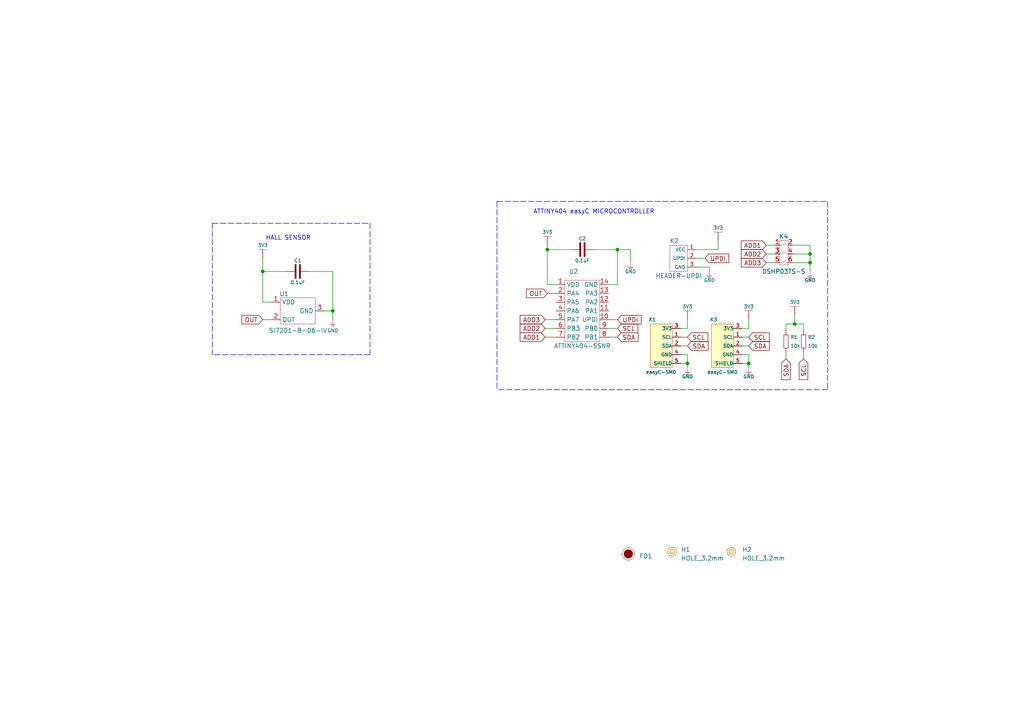
<source format=kicad_sch>
(kicad_sch (version 20210126) (generator eeschema)

  (paper "A4")

  (lib_symbols
    (symbol "e-radionica.com schematics:0603C" (pin_numbers hide) (pin_names (offset 0.002)) (in_bom yes) (on_board yes)
      (property "Reference" "C" (id 0) (at -0.635 3.175 0)
        (effects (font (size 1 1)))
      )
      (property "Value" "0603C" (id 1) (at 0 -3.175 0)
        (effects (font (size 1 1)))
      )
      (property "Footprint" "e-radionica.com footprinti:0603C" (id 2) (at 0 0 0)
        (effects (font (size 1 1)) hide)
      )
      (property "Datasheet" "" (id 3) (at 0 0 0)
        (effects (font (size 1 1)) hide)
      )
      (symbol "0603C_0_1"
        (polyline
          (pts
            (xy -0.635 1.905)
            (xy -0.635 -1.905)
          )
          (stroke (width 0.5)) (fill (type none))
        )
        (polyline
          (pts
            (xy 0.635 1.905)
            (xy 0.635 -1.905)
          )
          (stroke (width 0.5)) (fill (type none))
        )
      )
      (symbol "0603C_1_1"
        (pin passive line (at 3.175 0 180) (length 2.54)
          (name "~" (effects (font (size 1.27 1.27))))
          (number "2" (effects (font (size 1.27 1.27))))
        )
        (pin passive line (at -3.175 0 0) (length 2.54)
          (name "~" (effects (font (size 1.27 1.27))))
          (number "1" (effects (font (size 1.27 1.27))))
        )
      )
    )
    (symbol "e-radionica.com schematics:0603R" (pin_numbers hide) (pin_names (offset 0.254)) (in_bom yes) (on_board yes)
      (property "Reference" "R" (id 0) (at -1.905 1.905 0)
        (effects (font (size 1 1)))
      )
      (property "Value" "0603R" (id 1) (at 0 -1.905 0)
        (effects (font (size 1 1)))
      )
      (property "Footprint" "e-radionica.com footprinti:0603R" (id 2) (at -0.635 1.905 0)
        (effects (font (size 1 1)) hide)
      )
      (property "Datasheet" "" (id 3) (at -0.635 1.905 0)
        (effects (font (size 1 1)) hide)
      )
      (symbol "0603R_0_1"
        (rectangle (start -1.905 0.635) (end -1.8796 -0.635)
          (stroke (width 0.1)) (fill (type none))
        )
        (rectangle (start -1.905 0.635) (end 1.905 0.6096)
          (stroke (width 0.1)) (fill (type none))
        )
        (rectangle (start -1.905 -0.635) (end 1.905 -0.6604)
          (stroke (width 0.1)) (fill (type none))
        )
        (rectangle (start 1.905 0.635) (end 1.9304 -0.635)
          (stroke (width 0.1)) (fill (type none))
        )
      )
      (symbol "0603R_1_1"
        (pin passive line (at -3.175 0 0) (length 1.27)
          (name "~" (effects (font (size 1.27 1.27))))
          (number "1" (effects (font (size 1.27 1.27))))
        )
        (pin passive line (at 3.175 0 180) (length 1.27)
          (name "~" (effects (font (size 1.27 1.27))))
          (number "2" (effects (font (size 1.27 1.27))))
        )
      )
    )
    (symbol "e-radionica.com schematics:3V3" (power) (pin_names (offset 0)) (in_bom yes) (on_board yes)
      (property "Reference" "#PWR" (id 0) (at 4.445 0 0)
        (effects (font (size 1 1)) hide)
      )
      (property "Value" "3V3" (id 1) (at 0 3.556 0)
        (effects (font (size 1 1)))
      )
      (property "Footprint" "" (id 2) (at 4.445 3.81 0)
        (effects (font (size 1 1)) hide)
      )
      (property "Datasheet" "" (id 3) (at 4.445 3.81 0)
        (effects (font (size 1 1)) hide)
      )
      (property "ki_keywords" "power-flag" (id 4) (at 0 0 0)
        (effects (font (size 1.27 1.27)) hide)
      )
      (property "ki_description" "Power symbol creates a global label with name \"+3V3\"" (id 5) (at 0 0 0)
        (effects (font (size 1.27 1.27)) hide)
      )
      (symbol "3V3_0_1"
        (polyline
          (pts
            (xy 0 0)
            (xy 0 2.54)
          )
          (stroke (width 0)) (fill (type none))
        )
        (polyline
          (pts
            (xy -1.27 2.54)
            (xy 1.27 2.54)
          )
          (stroke (width 0.0006)) (fill (type none))
        )
      )
      (symbol "3V3_1_1"
        (pin power_in line (at 0 0 90) (length 0) hide
          (name "3V3" (effects (font (size 1.27 1.27))))
          (number "1" (effects (font (size 1.27 1.27))))
        )
      )
    )
    (symbol "e-radionica.com schematics:ATTINY404-SSNR" (in_bom yes) (on_board yes)
      (property "Reference" "U" (id 0) (at -5.08 10.16 0)
        (effects (font (size 1.27 1.27)))
      )
      (property "Value" "ATTINY404-SSNR" (id 1) (at 0 -10.16 0)
        (effects (font (size 1.27 1.27)))
      )
      (property "Footprint" "e-radionica.com footprinti:SOIC-14" (id 2) (at 0 -11.43 0)
        (effects (font (size 1.27 1.27)) hide)
      )
      (property "Datasheet" "" (id 3) (at 0 -2.54 0)
        (effects (font (size 1.27 1.27)) hide)
      )
      (symbol "ATTINY404-SSNR_0_1"
        (rectangle (start -5.08 8.89) (end 5.08 -8.89)
          (stroke (width 0.0006)) (fill (type none))
        )
      )
      (symbol "ATTINY404-SSNR_1_1"
        (pin power_in line (at -7.62 7.62 0) (length 2.54)
          (name "VDD" (effects (font (size 1.27 1.27))))
          (number "1" (effects (font (size 1.27 1.27))))
        )
        (pin bidirectional line (at -7.62 5.08 0) (length 2.54)
          (name "PA4" (effects (font (size 1.27 1.27))))
          (number "2" (effects (font (size 1.27 1.27))))
        )
        (pin bidirectional line (at -7.62 2.54 0) (length 2.54)
          (name "PA5" (effects (font (size 1.27 1.27))))
          (number "3" (effects (font (size 1.27 1.27))))
        )
        (pin bidirectional line (at -7.62 0 0) (length 2.54)
          (name "PA6" (effects (font (size 1.27 1.27))))
          (number "4" (effects (font (size 1.27 1.27))))
        )
        (pin bidirectional line (at -7.62 -2.54 0) (length 2.54)
          (name "PA7" (effects (font (size 1.27 1.27))))
          (number "5" (effects (font (size 1.27 1.27))))
        )
        (pin bidirectional line (at -7.62 -5.08 0) (length 2.54)
          (name "PB3" (effects (font (size 1.27 1.27))))
          (number "6" (effects (font (size 1.27 1.27))))
        )
        (pin bidirectional line (at -7.62 -7.62 0) (length 2.54)
          (name "PB2" (effects (font (size 1.27 1.27))))
          (number "7" (effects (font (size 1.27 1.27))))
        )
        (pin bidirectional line (at 7.62 -7.62 180) (length 2.54)
          (name "PB1" (effects (font (size 1.27 1.27))))
          (number "8" (effects (font (size 1.27 1.27))))
        )
        (pin bidirectional line (at 7.62 -5.08 180) (length 2.54)
          (name "PB0" (effects (font (size 1.27 1.27))))
          (number "9" (effects (font (size 1.27 1.27))))
        )
        (pin bidirectional line (at 7.62 -2.54 180) (length 2.54)
          (name "UPDI" (effects (font (size 1.27 1.27))))
          (number "10" (effects (font (size 1.27 1.27))))
        )
        (pin bidirectional line (at 7.62 0 180) (length 2.54)
          (name "PA1" (effects (font (size 1.27 1.27))))
          (number "11" (effects (font (size 1.27 1.27))))
        )
        (pin bidirectional line (at 7.62 2.54 180) (length 2.54)
          (name "PA2" (effects (font (size 1.27 1.27))))
          (number "12" (effects (font (size 1.27 1.27))))
        )
        (pin bidirectional line (at 7.62 5.08 180) (length 2.54)
          (name "PA3" (effects (font (size 1.27 1.27))))
          (number "13" (effects (font (size 1.27 1.27))))
        )
        (pin power_in line (at 7.62 7.62 180) (length 2.54)
          (name "GND" (effects (font (size 1.27 1.27))))
          (number "14" (effects (font (size 1.27 1.27))))
        )
      )
    )
    (symbol "e-radionica.com schematics:DSHP03TS-S" (in_bom yes) (on_board yes)
      (property "Reference" "K" (id 0) (at 0 5.08 0)
        (effects (font (size 1.27 1.27)))
      )
      (property "Value" "DSHP03TS-S" (id 1) (at 0 -5.08 0)
        (effects (font (size 1.27 1.27)))
      )
      (property "Footprint" "e-radionica.com footprinti:DSHP03TS-S" (id 2) (at -1.27 -7.62 0)
        (effects (font (size 1.27 1.27)) hide)
      )
      (property "Datasheet" "" (id 3) (at 0 0 0)
        (effects (font (size 1.27 1.27)) hide)
      )
      (property "ki_keywords" "DIP SW SWITCH " (id 4) (at 0 0 0)
        (effects (font (size 1.27 1.27)) hide)
      )
      (symbol "DSHP03TS-S_0_1"
        (rectangle (start -1.27 3.81) (end 1.27 -3.175)
          (stroke (width 0.0006)) (fill (type none))
        )
        (polyline
          (pts
            (xy -1.27 2.54)
            (xy -0.635 2.54)
            (xy 0.635 3.175)
          )
          (stroke (width 0.0006)) (fill (type none))
        )
        (polyline
          (pts
            (xy -1.27 0)
            (xy -0.635 0)
            (xy 0.635 0.635)
          )
          (stroke (width 0.0006)) (fill (type none))
        )
        (polyline
          (pts
            (xy -1.27 -2.54)
            (xy -0.635 -2.54)
            (xy 0.635 -1.905)
          )
          (stroke (width 0.0006)) (fill (type none))
        )
        (polyline
          (pts
            (xy 1.27 -2.54)
            (xy 0.635 -2.54)
          )
          (stroke (width 0.0006)) (fill (type none))
        )
        (polyline
          (pts
            (xy 1.27 0)
            (xy 0.635 0)
          )
          (stroke (width 0.0006)) (fill (type none))
        )
        (polyline
          (pts
            (xy 1.27 2.54)
            (xy 0.635 2.54)
          )
          (stroke (width 0.0006)) (fill (type none))
        )
      )
      (symbol "DSHP03TS-S_1_1"
        (pin bidirectional line (at -2.54 2.54 0) (length 1.27)
          (name "~" (effects (font (size 1.27 1.27))))
          (number "1" (effects (font (size 1.27 1.27))))
        )
        (pin bidirectional line (at 2.54 2.54 180) (length 1.27)
          (name "~" (effects (font (size 1.27 1.27))))
          (number "2" (effects (font (size 1.27 1.27))))
        )
        (pin bidirectional line (at -2.54 0 0) (length 1.27)
          (name "~" (effects (font (size 1.27 1.27))))
          (number "3" (effects (font (size 1.27 1.27))))
        )
        (pin bidirectional line (at 2.54 0 180) (length 1.27)
          (name "~" (effects (font (size 1.27 1.27))))
          (number "4" (effects (font (size 1.27 1.27))))
        )
        (pin bidirectional line (at -2.54 -2.54 0) (length 1.27)
          (name "~" (effects (font (size 1.27 1.27))))
          (number "5" (effects (font (size 1.27 1.27))))
        )
        (pin bidirectional line (at 2.54 -2.54 180) (length 1.27)
          (name "~" (effects (font (size 1.27 1.27))))
          (number "6" (effects (font (size 1.27 1.27))))
        )
      )
    )
    (symbol "e-radionica.com schematics:Fiducial_Stencil" (pin_numbers hide) (pin_names hide) (in_bom yes) (on_board yes)
      (property "Reference" "FD?" (id 0) (at 0 3.048 0)
        (effects (font (size 1.27 1.27)))
      )
      (property "Value" "Fiducial_Stencil" (id 1) (at 0 -2.794 0)
        (effects (font (size 1.27 1.27)) hide)
      )
      (property "Footprint" "e-radionica.com footprinti:FIDUCIAL_1MM_PASTE" (id 2) (at 0 -6.35 0)
        (effects (font (size 1.27 1.27)) hide)
      )
      (property "Datasheet" "" (id 3) (at 0 0 0)
        (effects (font (size 1.27 1.27)) hide)
      )
      (symbol "Fiducial_Stencil_0_1"
        (circle (center 0 0) (radius 1.7961) (stroke (width 0.0006)) (fill (type none)))
        (circle (center 0 0) (radius 1.27) (stroke (width 0.001)) (fill (type outline)))
        (polyline
          (pts
            (xy 1.778 0)
            (xy 2.032 0)
          )
          (stroke (width 0.0006)) (fill (type none))
        )
        (polyline
          (pts
            (xy 0 1.778)
            (xy 0 2.032)
          )
          (stroke (width 0.0006)) (fill (type none))
        )
        (polyline
          (pts
            (xy -1.778 0)
            (xy -2.032 0)
          )
          (stroke (width 0.0006)) (fill (type none))
        )
        (polyline
          (pts
            (xy 0 -1.778)
            (xy 0 -2.032)
          )
          (stroke (width 0.0006)) (fill (type none))
        )
      )
    )
    (symbol "e-radionica.com schematics:GND" (power) (pin_names (offset 0)) (in_bom yes) (on_board yes)
      (property "Reference" "#PWR" (id 0) (at 4.445 0 0)
        (effects (font (size 1 1)) hide)
      )
      (property "Value" "GND" (id 1) (at 0 -2.921 0)
        (effects (font (size 1 1)))
      )
      (property "Footprint" "" (id 2) (at 4.445 3.81 0)
        (effects (font (size 1 1)) hide)
      )
      (property "Datasheet" "" (id 3) (at 4.445 3.81 0)
        (effects (font (size 1 1)) hide)
      )
      (property "ki_keywords" "power-flag" (id 4) (at 0 0 0)
        (effects (font (size 1.27 1.27)) hide)
      )
      (property "ki_description" "Power symbol creates a global label with name \"+3V3\"" (id 5) (at 0 0 0)
        (effects (font (size 1.27 1.27)) hide)
      )
      (symbol "GND_0_1"
        (polyline
          (pts
            (xy 0 0)
            (xy 0 -1.27)
          )
          (stroke (width 0.0006)) (fill (type none))
        )
        (polyline
          (pts
            (xy -0.762 -1.27)
            (xy 0.762 -1.27)
          )
          (stroke (width 0.0006)) (fill (type none))
        )
        (polyline
          (pts
            (xy -0.381 -1.778)
            (xy 0.381 -1.778)
          )
          (stroke (width 0.0006)) (fill (type none))
        )
        (polyline
          (pts
            (xy -0.127 -2.032)
            (xy 0.127 -2.032)
          )
          (stroke (width 0.0006)) (fill (type none))
        )
        (polyline
          (pts
            (xy -0.635 -1.524)
            (xy 0.635 -1.524)
          )
          (stroke (width 0.0006)) (fill (type none))
        )
      )
      (symbol "GND_1_1"
        (pin power_in line (at 0 0 270) (length 0) hide
          (name "GND" (effects (font (size 1.27 1.27))))
          (number "1" (effects (font (size 1.27 1.27))))
        )
      )
    )
    (symbol "e-radionica.com schematics:HEADER-UPDI" (in_bom yes) (on_board yes)
      (property "Reference" "K" (id 0) (at -1.27 5.08 0)
        (effects (font (size 1.27 1.27)))
      )
      (property "Value" "HEADER-UPDI" (id 1) (at 0 -5.08 0)
        (effects (font (size 1.27 1.27)))
      )
      (property "Footprint" "e-radionica.com footprinti:HEADER-UPDI" (id 2) (at 2.54 -7.62 0)
        (effects (font (size 1.27 1.27)) hide)
      )
      (property "Datasheet" "" (id 3) (at 2.54 0 0)
        (effects (font (size 1.27 1.27)) hide)
      )
      (symbol "HEADER-UPDI_0_1"
        (rectangle (start -2.54 3.81) (end 2.54 -3.81)
          (stroke (width 0.0006)) (fill (type none))
        )
      )
      (symbol "HEADER-UPDI_1_1"
        (pin power_in line (at 5.08 2.54 180) (length 2.54)
          (name "VCC" (effects (font (size 1 1))))
          (number "1" (effects (font (size 1 1))))
        )
        (pin bidirectional line (at 5.08 0 180) (length 2.54)
          (name "UPDI" (effects (font (size 1 1))))
          (number "2" (effects (font (size 1 1))))
        )
        (pin power_in line (at 5.08 -2.54 180) (length 2.54)
          (name "GND" (effects (font (size 1 1))))
          (number "3" (effects (font (size 1 1))))
        )
      )
    )
    (symbol "e-radionica.com schematics:HOLE_3.2mm" (pin_numbers hide) (pin_names hide) (in_bom yes) (on_board yes)
      (property "Reference" "H" (id 0) (at 0 2.54 0)
        (effects (font (size 1.27 1.27)))
      )
      (property "Value" "HOLE_3.2mm" (id 1) (at 0 -2.54 0)
        (effects (font (size 1.27 1.27)))
      )
      (property "Footprint" "e-radionica.com footprinti:HOLE_3.2mm" (id 2) (at 0 0 0)
        (effects (font (size 1.27 1.27)) hide)
      )
      (property "Datasheet" "" (id 3) (at 0 0 0)
        (effects (font (size 1.27 1.27)) hide)
      )
      (symbol "HOLE_3.2mm_0_1"
        (circle (center 0 0) (radius 1.27) (stroke (width 0.001)) (fill (type background)))
        (circle (center 0 0) (radius 0.635) (stroke (width 0.0006)) (fill (type none)))
      )
    )
    (symbol "e-radionica.com schematics:SI7201-B-06-IV" (in_bom yes) (on_board yes)
      (property "Reference" "U" (id 0) (at -3.81 5.08 0)
        (effects (font (size 1.27 1.27)))
      )
      (property "Value" "SI7201-B-06-IV" (id 1) (at 0 -5.08 0)
        (effects (font (size 1.27 1.27)))
      )
      (property "Footprint" "e-radionica.com footprinti:SOT-23-3" (id 2) (at 0 -7.62 0)
        (effects (font (size 1.27 1.27)) hide)
      )
      (property "Datasheet" "" (id 3) (at 0 0 0)
        (effects (font (size 1.27 1.27)) hide)
      )
      (symbol "SI7201-B-06-IV_0_1"
        (rectangle (start -5.08 3.81) (end 5.08 -3.81)
          (stroke (width 0.0006)) (fill (type none))
        )
      )
      (symbol "SI7201-B-06-IV_1_1"
        (pin power_in line (at -7.62 2.54 0) (length 2.54)
          (name "VDD" (effects (font (size 1.27 1.27))))
          (number "1" (effects (font (size 1.27 1.27))))
        )
        (pin output line (at -7.62 -2.54 0) (length 2.54)
          (name "OUT" (effects (font (size 1.27 1.27))))
          (number "2" (effects (font (size 1.27 1.27))))
        )
        (pin power_in line (at 7.62 0 180) (length 2.54)
          (name "GND" (effects (font (size 1.27 1.27))))
          (number "3" (effects (font (size 1.27 1.27))))
        )
      )
    )
    (symbol "e-radionica.com schematics:easyC-SMD" (pin_names (offset 0.002)) (in_bom yes) (on_board yes)
      (property "Reference" "K" (id 0) (at -2.54 10.16 0)
        (effects (font (size 1 1)))
      )
      (property "Value" "easyC-SMD" (id 1) (at 0 -5.08 0)
        (effects (font (size 1 1)))
      )
      (property "Footprint" "e-radionica.com footprinti:easyC-connector" (id 2) (at 3.175 2.54 0)
        (effects (font (size 1 1)) hide)
      )
      (property "Datasheet" "" (id 3) (at 3.175 2.54 0)
        (effects (font (size 1 1)) hide)
      )
      (symbol "easyC-SMD_0_1"
        (rectangle (start -3.175 8.89) (end 3.175 -3.81)
          (stroke (width 0.001)) (fill (type background))
        )
      )
      (symbol "easyC-SMD_1_1"
        (pin passive line (at 5.715 5.08 180) (length 2.54)
          (name "SCL" (effects (font (size 1 1))))
          (number "1" (effects (font (size 1 1))))
        )
        (pin passive line (at 5.715 2.54 180) (length 2.54)
          (name "SDA" (effects (font (size 1 1))))
          (number "2" (effects (font (size 1 1))))
        )
        (pin passive line (at 5.715 7.62 180) (length 2.54)
          (name "3V3" (effects (font (size 1 1))))
          (number "3" (effects (font (size 1 1))))
        )
        (pin passive line (at 5.715 0 180) (length 2.54)
          (name "GND" (effects (font (size 1 1))))
          (number "4" (effects (font (size 1 1))))
        )
        (pin passive line (at 5.715 -2.54 180) (length 2.54)
          (name "SHIELD" (effects (font (size 1 1))))
          (number "5" (effects (font (size 1 1))))
        )
      )
    )
  )

  (junction (at 76.2 78.74) (diameter 0.9144) (color 0 0 0 0))
  (junction (at 96.52 90.17) (diameter 0.9144) (color 0 0 0 0))
  (junction (at 158.75 72.39) (diameter 0.9144) (color 0 0 0 0))
  (junction (at 179.07 72.39) (diameter 0.9144) (color 0 0 0 0))
  (junction (at 199.39 105.41) (diameter 0.9144) (color 0 0 0 0))
  (junction (at 217.17 105.41) (diameter 0.9144) (color 0 0 0 0))
  (junction (at 230.505 93.98) (diameter 0.9144) (color 0 0 0 0))
  (junction (at 234.95 73.66) (diameter 0.9144) (color 0 0 0 0))
  (junction (at 234.95 76.2) (diameter 0.9144) (color 0 0 0 0))

  (wire (pts (xy 76.2 74.93) (xy 76.2 78.74))
    (stroke (width 0) (type solid) (color 0 0 0 0))
    (uuid 1a7f67b9-4fa4-426f-9daa-2ac6e3c08597)
  )
  (wire (pts (xy 76.2 78.74) (xy 76.2 87.63))
    (stroke (width 0) (type solid) (color 0 0 0 0))
    (uuid 1c8e1f01-19b8-4776-9daa-170afe3aad74)
  )
  (wire (pts (xy 76.2 78.74) (xy 83.185 78.74))
    (stroke (width 0) (type solid) (color 0 0 0 0))
    (uuid 82a23b26-a270-47d5-87c8-fd37f91afe5d)
  )
  (wire (pts (xy 76.2 87.63) (xy 78.74 87.63))
    (stroke (width 0) (type solid) (color 0 0 0 0))
    (uuid 1a4ce181-3b83-4d81-8fa7-08d19c1dab6d)
  )
  (wire (pts (xy 76.2 92.71) (xy 78.74 92.71))
    (stroke (width 0) (type solid) (color 0 0 0 0))
    (uuid 4768edf6-521b-4e25-8f2f-675989069440)
  )
  (wire (pts (xy 89.535 78.74) (xy 96.52 78.74))
    (stroke (width 0) (type solid) (color 0 0 0 0))
    (uuid 52f679b5-23d9-41bc-84a8-bdc05430816b)
  )
  (wire (pts (xy 93.98 90.17) (xy 96.52 90.17))
    (stroke (width 0) (type solid) (color 0 0 0 0))
    (uuid 1a4a9cfa-826b-4905-bcc8-1cd77e7b7b37)
  )
  (wire (pts (xy 96.52 78.74) (xy 96.52 90.17))
    (stroke (width 0) (type solid) (color 0 0 0 0))
    (uuid 78998b7b-f864-4b37-a538-9cbacf78077d)
  )
  (wire (pts (xy 96.52 90.17) (xy 96.52 92.71))
    (stroke (width 0) (type solid) (color 0 0 0 0))
    (uuid 27657981-07a4-4015-9b45-8cfe244ba329)
  )
  (wire (pts (xy 158.115 92.71) (xy 161.29 92.71))
    (stroke (width 0) (type solid) (color 0 0 0 0))
    (uuid eaff3c79-03dd-4c3a-aa64-0aa49d21d539)
  )
  (wire (pts (xy 158.115 95.25) (xy 161.29 95.25))
    (stroke (width 0) (type solid) (color 0 0 0 0))
    (uuid 3d31ed68-56ab-4f51-a50b-f7b9561bfd9c)
  )
  (wire (pts (xy 158.115 97.79) (xy 161.29 97.79))
    (stroke (width 0) (type solid) (color 0 0 0 0))
    (uuid af3cd21f-a9cd-4ea3-a951-5467f70c5741)
  )
  (wire (pts (xy 158.75 72.39) (xy 158.75 71.12))
    (stroke (width 0) (type solid) (color 0 0 0 0))
    (uuid ca49b7fc-f700-43a1-b839-e3e6f13f87d6)
  )
  (wire (pts (xy 158.75 82.55) (xy 158.75 72.39))
    (stroke (width 0) (type solid) (color 0 0 0 0))
    (uuid 268b88b3-1e67-478a-ae92-146b2db56c01)
  )
  (wire (pts (xy 158.75 85.09) (xy 161.29 85.09))
    (stroke (width 0) (type solid) (color 0 0 0 0))
    (uuid fa04a98d-a912-4165-a017-4d6e9d441d8d)
  )
  (wire (pts (xy 161.29 82.55) (xy 158.75 82.55))
    (stroke (width 0) (type solid) (color 0 0 0 0))
    (uuid 2c1aebe3-119d-4de8-82f6-e038a5a2726b)
  )
  (wire (pts (xy 165.735 72.39) (xy 158.75 72.39))
    (stroke (width 0) (type solid) (color 0 0 0 0))
    (uuid 144406ff-481e-4305-81eb-112f2910ea82)
  )
  (wire (pts (xy 172.085 72.39) (xy 179.07 72.39))
    (stroke (width 0) (type solid) (color 0 0 0 0))
    (uuid 799d3959-c5cf-42a9-aa8d-dbe0e7926763)
  )
  (wire (pts (xy 176.53 92.71) (xy 179.07 92.71))
    (stroke (width 0) (type solid) (color 0 0 0 0))
    (uuid 7c688fdc-174a-474b-9ccc-d5d65992a609)
  )
  (wire (pts (xy 176.53 95.25) (xy 179.07 95.25))
    (stroke (width 0) (type solid) (color 0 0 0 0))
    (uuid ed840fde-33a1-44f2-a1f0-e2b9e1cd03ad)
  )
  (wire (pts (xy 176.53 97.79) (xy 179.07 97.79))
    (stroke (width 0) (type solid) (color 0 0 0 0))
    (uuid 6badec8b-bbdf-4dc8-97ef-6ff0e1d52a4c)
  )
  (wire (pts (xy 179.07 72.39) (xy 179.07 82.55))
    (stroke (width 0) (type solid) (color 0 0 0 0))
    (uuid 7cad1e66-1d9d-4a11-945a-6ea6d2329156)
  )
  (wire (pts (xy 179.07 72.39) (xy 182.88 72.39))
    (stroke (width 0) (type solid) (color 0 0 0 0))
    (uuid 62df0470-441d-4e30-b5e0-5f52ea07096e)
  )
  (wire (pts (xy 179.07 82.55) (xy 176.53 82.55))
    (stroke (width 0) (type solid) (color 0 0 0 0))
    (uuid e80b9aeb-5dd2-4abd-ac02-83dc77972377)
  )
  (wire (pts (xy 182.88 72.39) (xy 182.88 76.2))
    (stroke (width 0) (type solid) (color 0 0 0 0))
    (uuid cda74dd8-6e85-4fda-ae18-a83536674f50)
  )
  (wire (pts (xy 197.485 95.25) (xy 199.39 95.25))
    (stroke (width 0) (type solid) (color 0 0 0 0))
    (uuid 0e06e9d7-c6d7-4d37-9366-998ecfaf96bb)
  )
  (wire (pts (xy 197.485 97.79) (xy 199.39 97.79))
    (stroke (width 0) (type solid) (color 0 0 0 0))
    (uuid bd1aac86-412a-4112-8683-75144f0899dc)
  )
  (wire (pts (xy 197.485 100.33) (xy 199.39 100.33))
    (stroke (width 0) (type solid) (color 0 0 0 0))
    (uuid 12101f7b-a670-446e-808d-a6b6ad30b51e)
  )
  (wire (pts (xy 197.485 102.87) (xy 199.39 102.87))
    (stroke (width 0) (type solid) (color 0 0 0 0))
    (uuid 68fd99c6-0d5a-445c-9ea6-518e4e3390df)
  )
  (wire (pts (xy 197.485 105.41) (xy 199.39 105.41))
    (stroke (width 0) (type solid) (color 0 0 0 0))
    (uuid 249bf6f0-4abe-4244-8e91-53fb99578997)
  )
  (wire (pts (xy 199.39 95.25) (xy 199.39 92.71))
    (stroke (width 0) (type solid) (color 0 0 0 0))
    (uuid 12a4b794-91d9-45d6-9c6c-45970ab34653)
  )
  (wire (pts (xy 199.39 102.87) (xy 199.39 105.41))
    (stroke (width 0) (type solid) (color 0 0 0 0))
    (uuid f67aa948-25ce-4d87-997d-f14cd6cba209)
  )
  (wire (pts (xy 199.39 105.41) (xy 199.39 106.68))
    (stroke (width 0) (type solid) (color 0 0 0 0))
    (uuid 7ade7575-3b44-4ff3-b55d-743eceeca08b)
  )
  (wire (pts (xy 201.93 72.39) (xy 208.28 72.39))
    (stroke (width 0) (type solid) (color 0 0 0 0))
    (uuid 616260ba-ede9-4ceb-9963-884262be1d2c)
  )
  (wire (pts (xy 201.93 74.93) (xy 204.47 74.93))
    (stroke (width 0) (type solid) (color 0 0 0 0))
    (uuid b64fe833-a5e9-4652-bf8a-267fe874563e)
  )
  (wire (pts (xy 201.93 77.47) (xy 205.74 77.47))
    (stroke (width 0) (type solid) (color 0 0 0 0))
    (uuid e52bbffe-456b-45d3-abf5-08ba2b3ef4e8)
  )
  (wire (pts (xy 205.74 77.47) (xy 205.74 78.74))
    (stroke (width 0) (type solid) (color 0 0 0 0))
    (uuid 15b6407c-845c-40ca-beda-defe98cc4527)
  )
  (wire (pts (xy 208.28 72.39) (xy 208.28 69.85))
    (stroke (width 0) (type solid) (color 0 0 0 0))
    (uuid ae6ec98c-88cb-4cf7-a54a-8770dcf587d9)
  )
  (wire (pts (xy 215.265 95.25) (xy 217.17 95.25))
    (stroke (width 0) (type solid) (color 0 0 0 0))
    (uuid 3c878b90-378b-49b9-8e9d-3f9e598bfebd)
  )
  (wire (pts (xy 215.265 97.79) (xy 217.17 97.79))
    (stroke (width 0) (type solid) (color 0 0 0 0))
    (uuid b413a569-1cbb-4b71-bc1f-94cba4f9274d)
  )
  (wire (pts (xy 215.265 100.33) (xy 217.17 100.33))
    (stroke (width 0) (type solid) (color 0 0 0 0))
    (uuid ec6625ed-36c7-44ff-b819-5b497fcb82ae)
  )
  (wire (pts (xy 215.265 102.87) (xy 217.17 102.87))
    (stroke (width 0) (type solid) (color 0 0 0 0))
    (uuid 5d7f6844-a02a-49ac-b8a0-d1f3f3fcc04e)
  )
  (wire (pts (xy 215.265 105.41) (xy 217.17 105.41))
    (stroke (width 0) (type solid) (color 0 0 0 0))
    (uuid c6f3c1bd-3ed6-45ae-8c94-aae0e08e7116)
  )
  (wire (pts (xy 217.17 95.25) (xy 217.17 92.71))
    (stroke (width 0) (type solid) (color 0 0 0 0))
    (uuid ab2aef4e-221e-4d7b-b69a-f12708b649f8)
  )
  (wire (pts (xy 217.17 102.87) (xy 217.17 105.41))
    (stroke (width 0) (type solid) (color 0 0 0 0))
    (uuid 3b2c1ef1-aa05-43da-9f20-faa92613f2e9)
  )
  (wire (pts (xy 217.17 105.41) (xy 217.17 106.68))
    (stroke (width 0) (type solid) (color 0 0 0 0))
    (uuid 64eab798-4db6-4f04-9c69-c02465f18d47)
  )
  (wire (pts (xy 222.25 71.12) (xy 224.79 71.12))
    (stroke (width 0) (type solid) (color 0 0 0 0))
    (uuid 59904bb4-ec38-4d54-8f3b-99b467823271)
  )
  (wire (pts (xy 222.25 73.66) (xy 224.79 73.66))
    (stroke (width 0) (type solid) (color 0 0 0 0))
    (uuid ce6ce318-7bfc-4883-b080-ab7ffaaba20d)
  )
  (wire (pts (xy 222.25 76.2) (xy 224.79 76.2))
    (stroke (width 0) (type solid) (color 0 0 0 0))
    (uuid c249ee5e-f9bd-47d7-99dc-450bf7b250ee)
  )
  (wire (pts (xy 227.965 93.98) (xy 230.505 93.98))
    (stroke (width 0) (type solid) (color 0 0 0 0))
    (uuid 1ac3034e-d864-4cd4-840c-37183de7a51a)
  )
  (wire (pts (xy 227.965 95.885) (xy 227.965 93.98))
    (stroke (width 0) (type solid) (color 0 0 0 0))
    (uuid a4d354e7-355f-440e-9f77-19810b8a8703)
  )
  (wire (pts (xy 227.965 102.235) (xy 227.965 104.14))
    (stroke (width 0) (type solid) (color 0 0 0 0))
    (uuid 70ad3f83-7372-4e5d-a1f2-d8ac38a43503)
  )
  (wire (pts (xy 229.87 71.12) (xy 234.95 71.12))
    (stroke (width 0) (type solid) (color 0 0 0 0))
    (uuid 0c75d785-d4cb-4339-be41-818a12eed565)
  )
  (wire (pts (xy 229.87 73.66) (xy 234.95 73.66))
    (stroke (width 0) (type solid) (color 0 0 0 0))
    (uuid 08bb12ef-391e-42fc-aa38-653f2f72f4af)
  )
  (wire (pts (xy 229.87 76.2) (xy 234.95 76.2))
    (stroke (width 0) (type solid) (color 0 0 0 0))
    (uuid 31059583-e961-47cf-b51f-13dbad0391d5)
  )
  (wire (pts (xy 230.505 93.98) (xy 230.505 91.44))
    (stroke (width 0) (type solid) (color 0 0 0 0))
    (uuid c7f441fa-17f3-415b-9bec-eddd9f380a6a)
  )
  (wire (pts (xy 233.045 93.98) (xy 230.505 93.98))
    (stroke (width 0) (type solid) (color 0 0 0 0))
    (uuid 3915cac6-7715-419f-a062-6983bb44fc39)
  )
  (wire (pts (xy 233.045 95.885) (xy 233.045 93.98))
    (stroke (width 0) (type solid) (color 0 0 0 0))
    (uuid ef5ae475-5493-428f-8e83-17f244319bf6)
  )
  (wire (pts (xy 233.045 102.235) (xy 233.045 104.14))
    (stroke (width 0) (type solid) (color 0 0 0 0))
    (uuid e0c78633-7935-4ae3-89ad-23dc3c072709)
  )
  (wire (pts (xy 234.95 71.12) (xy 234.95 73.66))
    (stroke (width 0) (type solid) (color 0 0 0 0))
    (uuid 95c58264-bee4-47d1-89f1-1bc06b3bf0d9)
  )
  (wire (pts (xy 234.95 73.66) (xy 234.95 76.2))
    (stroke (width 0) (type solid) (color 0 0 0 0))
    (uuid ddab0b0f-54d8-455f-b991-c7c6ee20b648)
  )
  (wire (pts (xy 234.95 76.2) (xy 234.95 78.74))
    (stroke (width 0) (type solid) (color 0 0 0 0))
    (uuid 78b29a62-d243-434c-9258-00bc6fdf6e0f)
  )
  (polyline (pts (xy 61.595 64.77) (xy 61.595 102.87))
    (stroke (width 0) (type dash) (color 0 0 0 0))
    (uuid 917a686b-d1fe-4408-9c0b-fa3592ca873e)
  )
  (polyline (pts (xy 61.595 64.77) (xy 107.315 64.77))
    (stroke (width 0) (type dash) (color 0 0 0 0))
    (uuid 3b3b0bfc-b503-44a3-94b1-270b1888bc04)
  )
  (polyline (pts (xy 107.315 64.77) (xy 107.315 102.87))
    (stroke (width 0) (type dash) (color 0 0 0 0))
    (uuid 7cbd7204-ff55-40cd-874b-961d393ecec2)
  )
  (polyline (pts (xy 107.315 102.87) (xy 61.595 102.87))
    (stroke (width 0) (type dash) (color 0 0 0 0))
    (uuid b069feb1-7fba-44ed-92a4-296d9cbb5344)
  )
  (polyline (pts (xy 144.145 58.42) (xy 144.145 113.03))
    (stroke (width 0) (type dash) (color 0 0 0 0))
    (uuid f85a3056-fa91-41e9-b592-0aa2cb404e73)
  )
  (polyline (pts (xy 144.145 58.42) (xy 240.03 58.42))
    (stroke (width 0) (type dash) (color 0 0 0 0))
    (uuid 5ff5d7dc-2c81-492b-a053-e94d1b48808e)
  )
  (polyline (pts (xy 240.03 58.42) (xy 240.03 113.03))
    (stroke (width 0) (type dash) (color 0 0 0 0))
    (uuid 023c4b84-d396-45e9-9a87-56c8eef38fb1)
  )
  (polyline (pts (xy 240.03 113.03) (xy 144.145 113.03))
    (stroke (width 0) (type dash) (color 0 0 0 0))
    (uuid 5b5b09e3-2a8d-43b1-a0c4-400e589151cf)
  )

  (text "HALL SENSOR" (at 90.17 69.85 180)
    (effects (font (size 1.27 1.27)) (justify right bottom))
    (uuid ae69e601-6350-4057-99d2-6a52dd246702)
  )
  (text "ATTINY404 easyC MICROCONTROLLER" (at 189.865 62.23 180)
    (effects (font (size 1.27 1.27)) (justify right bottom))
    (uuid ee4de9e6-55ae-47d8-91a8-a11ab578bae5)
  )

  (global_label "OUT" (shape input) (at 76.2 92.71 180)
    (effects (font (size 1.27 1.27)) (justify right))
    (uuid da9cd49c-9dea-4305-ad40-20d35ac86c30)
    (property "Intersheet References" "${INTERSHEET_REFS}" (id 0) (at 68.6343 92.6306 0)
      (effects (font (size 1.27 1.27)) (justify right) hide)
    )
  )
  (global_label "ADD3" (shape input) (at 158.115 92.71 180)
    (effects (font (size 1.27 1.27)) (justify right))
    (uuid 50b9f34d-6b1b-4385-8a19-30fb4c091912)
    (property "Intersheet References" "${INTERSHEET_REFS}" (id 0) (at 149.3398 92.6306 0)
      (effects (font (size 1.27 1.27)) (justify right) hide)
    )
  )
  (global_label "ADD2" (shape input) (at 158.115 95.25 180)
    (effects (font (size 1.27 1.27)) (justify right))
    (uuid 53c1ada5-60b6-4c1e-8c92-8e193590c3e6)
    (property "Intersheet References" "${INTERSHEET_REFS}" (id 0) (at 149.3398 95.1706 0)
      (effects (font (size 1.27 1.27)) (justify right) hide)
    )
  )
  (global_label "ADD1" (shape input) (at 158.115 97.79 180)
    (effects (font (size 1.27 1.27)) (justify right))
    (uuid 4f672dec-ed58-4987-b2af-77d00386a4c7)
    (property "Intersheet References" "${INTERSHEET_REFS}" (id 0) (at 149.3398 97.7106 0)
      (effects (font (size 1.27 1.27)) (justify right) hide)
    )
  )
  (global_label "OUT" (shape input) (at 158.75 85.09 180)
    (effects (font (size 1.27 1.27)) (justify right))
    (uuid 3b76ee77-5f2d-4f16-93db-862f857454f5)
    (property "Intersheet References" "${INTERSHEET_REFS}" (id 0) (at 151.1843 85.0106 0)
      (effects (font (size 1.27 1.27)) (justify right) hide)
    )
  )
  (global_label "UPDI" (shape input) (at 179.07 92.71 0)
    (effects (font (size 1.27 1.27)) (justify left))
    (uuid 9ff22ee7-2ff4-4a78-9fe8-84674efd21f3)
    (property "Intersheet References" "${INTERSHEET_REFS}" (id 0) (at 187.4823 92.6306 0)
      (effects (font (size 1.27 1.27)) (justify left) hide)
    )
  )
  (global_label "SCL" (shape input) (at 179.07 95.25 0)
    (effects (font (size 1.27 1.27)) (justify left))
    (uuid 216367a4-c60c-4ade-8f2e-ffff76423674)
    (property "Intersheet References" "${INTERSHEET_REFS}" (id 0) (at 186.5147 95.1706 0)
      (effects (font (size 1.27 1.27)) (justify left) hide)
    )
  )
  (global_label "SDA" (shape input) (at 179.07 97.79 0)
    (effects (font (size 1.27 1.27)) (justify left))
    (uuid c45855e6-b418-4067-b523-64d40f398adc)
    (property "Intersheet References" "${INTERSHEET_REFS}" (id 0) (at 186.5752 97.8694 0)
      (effects (font (size 1.27 1.27)) (justify left) hide)
    )
  )
  (global_label "SCL" (shape input) (at 199.39 97.79 0)
    (effects (font (size 1.27 1.27)) (justify left))
    (uuid 58f7c2ce-f0f1-4e91-b0d9-986073d0d9a7)
    (property "Intersheet References" "${INTERSHEET_REFS}" (id 0) (at 206.8347 97.7106 0)
      (effects (font (size 1.27 1.27)) (justify left) hide)
    )
  )
  (global_label "SDA" (shape input) (at 199.39 100.33 0)
    (effects (font (size 1.27 1.27)) (justify left))
    (uuid 87dce7ed-f233-49a9-92ec-d6c56b2fac80)
    (property "Intersheet References" "${INTERSHEET_REFS}" (id 0) (at 206.8952 100.2506 0)
      (effects (font (size 1.27 1.27)) (justify left) hide)
    )
  )
  (global_label "UPDI" (shape input) (at 204.47 74.93 0)
    (effects (font (size 1.27 1.27)) (justify left))
    (uuid feb3ef34-045e-494b-81ab-057652f562df)
    (property "Intersheet References" "${INTERSHEET_REFS}" (id 0) (at 212.8823 74.8506 0)
      (effects (font (size 1.27 1.27)) (justify left) hide)
    )
  )
  (global_label "SCL" (shape input) (at 217.17 97.79 0)
    (effects (font (size 1.27 1.27)) (justify left))
    (uuid b666cfc1-32f0-42ad-abd8-a3565397256b)
    (property "Intersheet References" "${INTERSHEET_REFS}" (id 0) (at 224.6147 97.7106 0)
      (effects (font (size 1.27 1.27)) (justify left) hide)
    )
  )
  (global_label "SDA" (shape input) (at 217.17 100.33 0)
    (effects (font (size 1.27 1.27)) (justify left))
    (uuid c7947db5-00ff-4f1c-b5bd-c86850ee065c)
    (property "Intersheet References" "${INTERSHEET_REFS}" (id 0) (at 224.6752 100.2506 0)
      (effects (font (size 1.27 1.27)) (justify left) hide)
    )
  )
  (global_label "ADD1" (shape input) (at 222.25 71.12 180)
    (effects (font (size 1.27 1.27)) (justify right))
    (uuid 10b4230f-0d27-4bff-8de3-5944a225ef28)
    (property "Intersheet References" "${INTERSHEET_REFS}" (id 0) (at 213.4748 71.0406 0)
      (effects (font (size 1.27 1.27)) (justify right) hide)
    )
  )
  (global_label "ADD2" (shape input) (at 222.25 73.66 180)
    (effects (font (size 1.27 1.27)) (justify right))
    (uuid cd59b35c-0efb-41c6-95c8-a49718ba94c6)
    (property "Intersheet References" "${INTERSHEET_REFS}" (id 0) (at 213.4748 73.5806 0)
      (effects (font (size 1.27 1.27)) (justify right) hide)
    )
  )
  (global_label "ADD3" (shape input) (at 222.25 76.2 180)
    (effects (font (size 1.27 1.27)) (justify right))
    (uuid e6fc78c4-900d-4f3f-841b-fdc040af92bb)
    (property "Intersheet References" "${INTERSHEET_REFS}" (id 0) (at 213.4748 76.1206 0)
      (effects (font (size 1.27 1.27)) (justify right) hide)
    )
  )
  (global_label "SDA" (shape input) (at 227.965 104.14 270)
    (effects (font (size 1.27 1.27)) (justify right))
    (uuid 16156748-5c21-4955-8cdf-8f90762c3229)
    (property "Intersheet References" "${INTERSHEET_REFS}" (id 0) (at 227.8856 111.6452 90)
      (effects (font (size 1.27 1.27)) (justify right) hide)
    )
  )
  (global_label "SCL" (shape input) (at 233.045 104.14 270)
    (effects (font (size 1.27 1.27)) (justify right))
    (uuid 8c98c751-eca6-49b1-be03-ce73e54b401f)
    (property "Intersheet References" "${INTERSHEET_REFS}" (id 0) (at 233.1244 111.5847 90)
      (effects (font (size 1.27 1.27)) (justify right) hide)
    )
  )

  (symbol (lib_id "e-radionica.com schematics:GND") (at 96.52 92.71 0) (unit 1)
    (in_bom yes) (on_board yes)
    (uuid 0c3e6aa5-60e0-49aa-9cf7-ecaa773569a5)
    (property "Reference" "#PWR02" (id 0) (at 100.965 92.71 0)
      (effects (font (size 1 1)) hide)
    )
    (property "Value" "GND" (id 1) (at 96.52 95.885 0)
      (effects (font (size 1 1)))
    )
    (property "Footprint" "" (id 2) (at 100.965 88.9 0)
      (effects (font (size 1 1)) hide)
    )
    (property "Datasheet" "" (id 3) (at 100.965 88.9 0)
      (effects (font (size 1 1)) hide)
    )
    (pin "1" (uuid 4adeb464-f971-42a2-b25f-794ece033b2a))
  )

  (symbol (lib_id "e-radionica.com schematics:GND") (at 182.88 76.2 0) (unit 1)
    (in_bom yes) (on_board yes)
    (uuid e8e325fb-9166-433a-86dc-8bbae471cd8f)
    (property "Reference" "#PWR04" (id 0) (at 187.325 76.2 0)
      (effects (font (size 1 1)) hide)
    )
    (property "Value" "GND" (id 1) (at 182.88 78.74 0)
      (effects (font (size 1 1)))
    )
    (property "Footprint" "" (id 2) (at 187.325 72.39 0)
      (effects (font (size 1 1)) hide)
    )
    (property "Datasheet" "" (id 3) (at 187.325 72.39 0)
      (effects (font (size 1 1)) hide)
    )
    (pin "1" (uuid 2a6b0601-cc03-4ad2-b1c8-f6efd66fea6d))
  )

  (symbol (lib_id "e-radionica.com schematics:GND") (at 199.39 106.68 0) (unit 1)
    (in_bom yes) (on_board yes)
    (uuid 2440b55c-cc86-4adc-a4cc-ff4a5d09a2e1)
    (property "Reference" "#PWR06" (id 0) (at 203.835 106.68 0)
      (effects (font (size 1 1)) hide)
    )
    (property "Value" "GND" (id 1) (at 199.39 109.22 0)
      (effects (font (size 1 1)))
    )
    (property "Footprint" "" (id 2) (at 203.835 102.87 0)
      (effects (font (size 1 1)) hide)
    )
    (property "Datasheet" "" (id 3) (at 203.835 102.87 0)
      (effects (font (size 1 1)) hide)
    )
    (pin "1" (uuid 2a6b0601-cc03-4ad2-b1c8-f6efd66fea6d))
  )

  (symbol (lib_id "e-radionica.com schematics:GND") (at 205.74 78.74 0) (unit 1)
    (in_bom yes) (on_board yes)
    (uuid 34a28807-0322-4f4b-a566-caf3def8afab)
    (property "Reference" "#PWR07" (id 0) (at 210.185 78.74 0)
      (effects (font (size 1 1)) hide)
    )
    (property "Value" "GND" (id 1) (at 205.74 81.28 0)
      (effects (font (size 1 1)))
    )
    (property "Footprint" "" (id 2) (at 210.185 74.93 0)
      (effects (font (size 1 1)) hide)
    )
    (property "Datasheet" "" (id 3) (at 210.185 74.93 0)
      (effects (font (size 1 1)) hide)
    )
    (pin "1" (uuid 2a6b0601-cc03-4ad2-b1c8-f6efd66fea6d))
  )

  (symbol (lib_id "e-radionica.com schematics:GND") (at 217.17 106.68 0) (unit 1)
    (in_bom yes) (on_board yes)
    (uuid 7cd180c2-ff70-4d72-8822-f8081feea281)
    (property "Reference" "#PWR010" (id 0) (at 221.615 106.68 0)
      (effects (font (size 1 1)) hide)
    )
    (property "Value" "GND" (id 1) (at 217.17 109.22 0)
      (effects (font (size 1 1)))
    )
    (property "Footprint" "" (id 2) (at 221.615 102.87 0)
      (effects (font (size 1 1)) hide)
    )
    (property "Datasheet" "" (id 3) (at 221.615 102.87 0)
      (effects (font (size 1 1)) hide)
    )
    (pin "1" (uuid 2a6b0601-cc03-4ad2-b1c8-f6efd66fea6d))
  )

  (symbol (lib_id "e-radionica.com schematics:GND") (at 234.95 78.74 0) (unit 1)
    (in_bom yes) (on_board yes)
    (uuid 00dbd393-1815-4993-a51b-29c31c67dfe0)
    (property "Reference" "#PWR0101" (id 0) (at 239.395 78.74 0)
      (effects (font (size 1 1)) hide)
    )
    (property "Value" "GND" (id 1) (at 234.95 81.28 0)
      (effects (font (size 1 1)))
    )
    (property "Footprint" "" (id 2) (at 239.395 74.93 0)
      (effects (font (size 1 1)) hide)
    )
    (property "Datasheet" "" (id 3) (at 239.395 74.93 0)
      (effects (font (size 1 1)) hide)
    )
    (pin "1" (uuid 2a6b0601-cc03-4ad2-b1c8-f6efd66fea6d))
  )

  (symbol (lib_id "e-radionica.com schematics:HOLE_3.2mm") (at 194.945 160.02 0) (unit 1)
    (in_bom yes) (on_board yes)
    (uuid 4f98da72-abb1-4cf8-af39-3c73dedd77b9)
    (property "Reference" "H1" (id 0) (at 197.485 159.385 0)
      (effects (font (size 1.27 1.27)) (justify left))
    )
    (property "Value" "HOLE_3.2mm" (id 1) (at 197.485 161.925 0)
      (effects (font (size 1.27 1.27)) (justify left))
    )
    (property "Footprint" "e-radionica.com footprinti:HOLE_3.2mm" (id 2) (at 194.945 160.02 0)
      (effects (font (size 1.27 1.27)) hide)
    )
    (property "Datasheet" "" (id 3) (at 194.945 160.02 0)
      (effects (font (size 1.27 1.27)) hide)
    )
  )

  (symbol (lib_id "e-radionica.com schematics:HOLE_3.2mm") (at 212.09 160.02 0) (unit 1)
    (in_bom yes) (on_board yes)
    (uuid a85cce5b-0aae-43c8-ba7b-86d19efce0aa)
    (property "Reference" "H2" (id 0) (at 215.265 159.385 0)
      (effects (font (size 1.27 1.27)) (justify left))
    )
    (property "Value" "HOLE_3.2mm" (id 1) (at 215.265 161.925 0)
      (effects (font (size 1.27 1.27)) (justify left))
    )
    (property "Footprint" "e-radionica.com footprinti:HOLE_3.2mm" (id 2) (at 212.09 160.02 0)
      (effects (font (size 1.27 1.27)) hide)
    )
    (property "Datasheet" "" (id 3) (at 212.09 160.02 0)
      (effects (font (size 1.27 1.27)) hide)
    )
  )

  (symbol (lib_id "e-radionica.com schematics:3V3") (at 76.2 74.93 0) (unit 1)
    (in_bom yes) (on_board yes)
    (uuid c7c737a0-6b65-4891-abfd-0528915651bb)
    (property "Reference" "#PWR01" (id 0) (at 80.645 74.93 0)
      (effects (font (size 1 1)) hide)
    )
    (property "Value" "3V3" (id 1) (at 76.2 71.12 0)
      (effects (font (size 1 1)))
    )
    (property "Footprint" "" (id 2) (at 80.645 71.12 0)
      (effects (font (size 1 1)) hide)
    )
    (property "Datasheet" "" (id 3) (at 80.645 71.12 0)
      (effects (font (size 1 1)) hide)
    )
    (pin "1" (uuid bedf355e-f64d-4d61-a1a3-673658b00eeb))
  )

  (symbol (lib_id "e-radionica.com schematics:3V3") (at 158.75 71.12 0) (unit 1)
    (in_bom yes) (on_board yes)
    (uuid d31a20d4-f62a-431d-add5-20d1963ebd76)
    (property "Reference" "#PWR03" (id 0) (at 163.195 71.12 0)
      (effects (font (size 1 1)) hide)
    )
    (property "Value" "3V3" (id 1) (at 158.75 67.31 0)
      (effects (font (size 1 1)))
    )
    (property "Footprint" "" (id 2) (at 163.195 67.31 0)
      (effects (font (size 1 1)) hide)
    )
    (property "Datasheet" "" (id 3) (at 163.195 67.31 0)
      (effects (font (size 1 1)) hide)
    )
    (pin "1" (uuid bedf355e-f64d-4d61-a1a3-673658b00eeb))
  )

  (symbol (lib_id "e-radionica.com schematics:3V3") (at 199.39 92.71 0) (unit 1)
    (in_bom yes) (on_board yes)
    (uuid d7bcf6a6-9884-43df-b42b-24fd47442551)
    (property "Reference" "#PWR05" (id 0) (at 203.835 92.71 0)
      (effects (font (size 1 1)) hide)
    )
    (property "Value" "3V3" (id 1) (at 199.39 88.9 0)
      (effects (font (size 1 1)))
    )
    (property "Footprint" "" (id 2) (at 203.835 88.9 0)
      (effects (font (size 1 1)) hide)
    )
    (property "Datasheet" "" (id 3) (at 203.835 88.9 0)
      (effects (font (size 1 1)) hide)
    )
    (pin "1" (uuid bedf355e-f64d-4d61-a1a3-673658b00eeb))
  )

  (symbol (lib_id "e-radionica.com schematics:3V3") (at 208.28 69.85 0) (unit 1)
    (in_bom yes) (on_board yes)
    (uuid 87d34c8d-734f-4754-99f9-8eae6a54ff88)
    (property "Reference" "#PWR08" (id 0) (at 212.725 69.85 0)
      (effects (font (size 1 1)) hide)
    )
    (property "Value" "3V3" (id 1) (at 208.28 66.04 0)
      (effects (font (size 1 1)))
    )
    (property "Footprint" "" (id 2) (at 212.725 66.04 0)
      (effects (font (size 1 1)) hide)
    )
    (property "Datasheet" "" (id 3) (at 212.725 66.04 0)
      (effects (font (size 1 1)) hide)
    )
    (pin "1" (uuid bedf355e-f64d-4d61-a1a3-673658b00eeb))
  )

  (symbol (lib_id "e-radionica.com schematics:3V3") (at 217.17 92.71 0) (unit 1)
    (in_bom yes) (on_board yes)
    (uuid c24a7e74-5e78-4243-943e-4a8d73c63303)
    (property "Reference" "#PWR09" (id 0) (at 221.615 92.71 0)
      (effects (font (size 1 1)) hide)
    )
    (property "Value" "3V3" (id 1) (at 217.17 88.9 0)
      (effects (font (size 1 1)))
    )
    (property "Footprint" "" (id 2) (at 221.615 88.9 0)
      (effects (font (size 1 1)) hide)
    )
    (property "Datasheet" "" (id 3) (at 221.615 88.9 0)
      (effects (font (size 1 1)) hide)
    )
    (pin "1" (uuid bedf355e-f64d-4d61-a1a3-673658b00eeb))
  )

  (symbol (lib_id "e-radionica.com schematics:3V3") (at 230.505 91.44 0) (unit 1)
    (in_bom yes) (on_board yes)
    (uuid f3709267-b14a-435d-af78-7fbed83e21a0)
    (property "Reference" "#PWR011" (id 0) (at 234.95 91.44 0)
      (effects (font (size 1 1)) hide)
    )
    (property "Value" "3V3" (id 1) (at 230.505 87.63 0)
      (effects (font (size 1 1)))
    )
    (property "Footprint" "" (id 2) (at 234.95 87.63 0)
      (effects (font (size 1 1)) hide)
    )
    (property "Datasheet" "" (id 3) (at 234.95 87.63 0)
      (effects (font (size 1 1)) hide)
    )
    (pin "1" (uuid bedf355e-f64d-4d61-a1a3-673658b00eeb))
  )

  (symbol (lib_id "e-radionica.com schematics:0603R") (at 227.965 99.06 90) (unit 1)
    (in_bom yes) (on_board yes)
    (uuid 8bc82ac1-e7a9-48ab-a8dd-59ed94baab39)
    (property "Reference" "R1" (id 0) (at 229.235 97.79 90)
      (effects (font (size 1 1)) (justify right))
    )
    (property "Value" "10k" (id 1) (at 229.235 100.33 90)
      (effects (font (size 1 1)) (justify right))
    )
    (property "Footprint" "e-radionica.com footprinti:0603R" (id 2) (at 226.06 99.695 0)
      (effects (font (size 1 1)) hide)
    )
    (property "Datasheet" "" (id 3) (at 226.06 99.695 0)
      (effects (font (size 1 1)) hide)
    )
    (pin "1" (uuid a8c5e7dc-86d0-4490-9304-3baefec916c3))
    (pin "2" (uuid 84ae3df0-d605-45dc-879f-2ff4029f2dd1))
  )

  (symbol (lib_id "e-radionica.com schematics:0603R") (at 233.045 99.06 90) (unit 1)
    (in_bom yes) (on_board yes)
    (uuid 91d881b2-daed-439a-8e25-67a4e9a3eb55)
    (property "Reference" "R2" (id 0) (at 234.315 97.79 90)
      (effects (font (size 1 1)) (justify right))
    )
    (property "Value" "10k" (id 1) (at 234.315 100.33 90)
      (effects (font (size 1 1)) (justify right))
    )
    (property "Footprint" "e-radionica.com footprinti:0603R" (id 2) (at 231.14 99.695 0)
      (effects (font (size 1 1)) hide)
    )
    (property "Datasheet" "" (id 3) (at 231.14 99.695 0)
      (effects (font (size 1 1)) hide)
    )
    (pin "1" (uuid a8c5e7dc-86d0-4490-9304-3baefec916c3))
    (pin "2" (uuid 84ae3df0-d605-45dc-879f-2ff4029f2dd1))
  )

  (symbol (lib_id "e-radionica.com schematics:Fiducial_Stencil") (at 182.245 160.655 0) (unit 1)
    (in_bom yes) (on_board yes)
    (uuid 98669a20-cf04-4f38-af33-71fddd2e43ca)
    (property "Reference" "FD1" (id 0) (at 185.42 161.29 0)
      (effects (font (size 1.27 1.27)) (justify left))
    )
    (property "Value" "Fiducial_Stencil" (id 1) (at 182.245 163.449 0)
      (effects (font (size 1.27 1.27)) hide)
    )
    (property "Footprint" "e-radionica.com footprinti:FIDUCIAL_1MM_PASTE" (id 2) (at 182.245 167.005 0)
      (effects (font (size 1.27 1.27)) hide)
    )
    (property "Datasheet" "" (id 3) (at 182.245 160.655 0)
      (effects (font (size 1.27 1.27)) hide)
    )
  )

  (symbol (lib_id "e-radionica.com schematics:0603C") (at 86.36 78.74 0) (unit 1)
    (in_bom yes) (on_board yes)
    (uuid abc80bf7-44c4-43ba-969d-7371e2bb431e)
    (property "Reference" "C1" (id 0) (at 86.36 75.565 0)
      (effects (font (size 1 1)))
    )
    (property "Value" "0.1uF" (id 1) (at 86.36 81.915 0)
      (effects (font (size 1 1)))
    )
    (property "Footprint" "e-radionica.com footprinti:0603C" (id 2) (at 86.36 78.74 0)
      (effects (font (size 1 1)) hide)
    )
    (property "Datasheet" "" (id 3) (at 86.36 78.74 0)
      (effects (font (size 1 1)) hide)
    )
    (pin "2" (uuid 1e4e538d-1dca-40fd-93b8-783de0876b41))
    (pin "1" (uuid b66f3b5b-1b30-412d-8643-465cb77654ee))
  )

  (symbol (lib_id "e-radionica.com schematics:0603C") (at 168.91 72.39 0) (unit 1)
    (in_bom yes) (on_board yes)
    (uuid 0c1ef147-1164-495d-9c49-3d6fbdb9fe05)
    (property "Reference" "C2" (id 0) (at 168.91 69.215 0)
      (effects (font (size 1 1)))
    )
    (property "Value" "0.1uF" (id 1) (at 168.91 75.565 0)
      (effects (font (size 1 1)))
    )
    (property "Footprint" "e-radionica.com footprinti:0603C" (id 2) (at 168.91 72.39 0)
      (effects (font (size 1 1)) hide)
    )
    (property "Datasheet" "" (id 3) (at 168.91 72.39 0)
      (effects (font (size 1 1)) hide)
    )
    (pin "2" (uuid 627c54b3-95e3-40ac-b6a6-a91766d9ef4f))
    (pin "1" (uuid 08acf4e0-9151-4daa-843e-9f7d092f029f))
  )

  (symbol (lib_id "e-radionica.com schematics:DSHP03TS-S") (at 227.33 73.66 0) (unit 1)
    (in_bom yes) (on_board yes)
    (uuid c551efd1-bac9-4f2c-8f64-4ef3bc52ed3f)
    (property "Reference" "K4" (id 0) (at 227.33 68.58 0))
    (property "Value" "DSHP03TS-S" (id 1) (at 227.33 78.74 0))
    (property "Footprint" "e-radionica.com footprinti:DSHP03TS-S" (id 2) (at 226.06 81.28 0)
      (effects (font (size 1.27 1.27)) hide)
    )
    (property "Datasheet" "" (id 3) (at 227.33 73.66 0)
      (effects (font (size 1.27 1.27)) hide)
    )
    (pin "1" (uuid 818fd1bc-b765-48b3-8d3b-f55b80aa2cb4))
    (pin "2" (uuid 1122a1f7-7cf8-4900-a4fa-dc86793c437d))
    (pin "3" (uuid 513751db-15fc-444f-af77-2150b21bbdbd))
    (pin "4" (uuid da40e9d7-9111-445f-9287-78afbb22545a))
    (pin "5" (uuid 7750450b-1b31-4290-ad19-7bee25b597fd))
    (pin "6" (uuid 781f96f9-5487-40f4-8393-195d4e21e42b))
  )

  (symbol (lib_id "e-radionica.com schematics:HEADER-UPDI") (at 196.85 74.93 0) (unit 1)
    (in_bom yes) (on_board yes)
    (uuid 2fe794a4-4aec-4abd-a549-d1ab23504bf2)
    (property "Reference" "K2" (id 0) (at 195.58 69.85 0))
    (property "Value" "HEADER-UPDI" (id 1) (at 196.85 80.01 0))
    (property "Footprint" "e-radionica.com footprinti:HEADER-UPDI" (id 2) (at 199.39 82.55 0)
      (effects (font (size 1.27 1.27)) hide)
    )
    (property "Datasheet" "" (id 3) (at 199.39 74.93 0)
      (effects (font (size 1.27 1.27)) hide)
    )
    (pin "1" (uuid b7137da2-db9b-4e16-913d-9ce6b6bdfa2a))
    (pin "2" (uuid 31fb6899-7fe8-4ab6-8639-d05194bf0839))
    (pin "3" (uuid b0a2352a-7240-4536-ae05-87c602d03201))
  )

  (symbol (lib_id "e-radionica.com schematics:easyC-SMD") (at 191.77 102.87 0) (unit 1)
    (in_bom yes) (on_board yes)
    (uuid c6326bb5-cc7f-4759-9c70-70dcb77f6028)
    (property "Reference" "K1" (id 0) (at 189.23 92.71 0)
      (effects (font (size 1 1)))
    )
    (property "Value" "easyC-SMD" (id 1) (at 191.77 107.95 0)
      (effects (font (size 1 1)))
    )
    (property "Footprint" "e-radionica.com footprinti:easyC-connector" (id 2) (at 194.945 100.33 0)
      (effects (font (size 1 1)) hide)
    )
    (property "Datasheet" "" (id 3) (at 194.945 100.33 0)
      (effects (font (size 1 1)) hide)
    )
    (pin "1" (uuid 36d2425e-ae6a-4385-bc1e-7cb4531b2517))
    (pin "2" (uuid 428449c5-6f6f-4d6c-af8e-51e456895600))
    (pin "3" (uuid b80ce857-cd1a-4f22-8d5c-ff7e98922856))
    (pin "4" (uuid a8b02474-1a7d-4bf4-96ee-8fc2542ab65b))
    (pin "5" (uuid 7235f8f6-9839-4926-877c-e835fa3853b3))
  )

  (symbol (lib_id "e-radionica.com schematics:easyC-SMD") (at 209.55 102.87 0) (unit 1)
    (in_bom yes) (on_board yes)
    (uuid d3ff3a27-2f73-4e22-aaa4-4986fc3b0813)
    (property "Reference" "K3" (id 0) (at 207.01 92.71 0)
      (effects (font (size 1 1)))
    )
    (property "Value" "easyC-SMD" (id 1) (at 209.55 107.95 0)
      (effects (font (size 1 1)))
    )
    (property "Footprint" "e-radionica.com footprinti:easyC-connector" (id 2) (at 212.725 100.33 0)
      (effects (font (size 1 1)) hide)
    )
    (property "Datasheet" "" (id 3) (at 212.725 100.33 0)
      (effects (font (size 1 1)) hide)
    )
    (pin "1" (uuid 36d2425e-ae6a-4385-bc1e-7cb4531b2517))
    (pin "2" (uuid 428449c5-6f6f-4d6c-af8e-51e456895600))
    (pin "3" (uuid b80ce857-cd1a-4f22-8d5c-ff7e98922856))
    (pin "4" (uuid a8b02474-1a7d-4bf4-96ee-8fc2542ab65b))
    (pin "5" (uuid 7235f8f6-9839-4926-877c-e835fa3853b3))
  )

  (symbol (lib_id "e-radionica.com schematics:SI7201-B-06-IV") (at 86.36 90.17 0) (unit 1)
    (in_bom yes) (on_board yes)
    (uuid 1a22c2bb-1006-4a5b-bbf7-e0c0d478f7c4)
    (property "Reference" "U1" (id 0) (at 82.3976 85.2424 0))
    (property "Value" "SI7201-B-06-IV" (id 1) (at 86.4108 95.8596 0))
    (property "Footprint" "e-radionica.com footprinti:SOT-23-3" (id 2) (at 86.36 97.79 0)
      (effects (font (size 1.27 1.27)) hide)
    )
    (property "Datasheet" "" (id 3) (at 86.36 90.17 0)
      (effects (font (size 1.27 1.27)) hide)
    )
    (pin "1" (uuid aa374f7b-fa08-42ce-8f53-0940ff03042d))
    (pin "2" (uuid c73b064b-3900-4b7a-9e01-85cceda14fb3))
    (pin "3" (uuid 0857911e-fde5-4fbf-8509-7f94dddb4cb6))
  )

  (symbol (lib_id "e-radionica.com schematics:ATTINY404-SSNR") (at 168.91 90.17 0) (unit 1)
    (in_bom yes) (on_board yes)
    (uuid 0c8520d4-1d84-478c-b5ac-5367de36750c)
    (property "Reference" "U2" (id 0) (at 166.37 78.74 0))
    (property "Value" "ATTINY404-SSNR" (id 1) (at 168.91 100.33 0))
    (property "Footprint" "e-radionica.com footprinti:SOIC-14" (id 2) (at 168.91 101.6 0)
      (effects (font (size 1.27 1.27)) hide)
    )
    (property "Datasheet" "" (id 3) (at 168.91 92.71 0)
      (effects (font (size 1.27 1.27)) hide)
    )
    (pin "1" (uuid a974dc11-8585-4e8f-9d18-e9709a5597e8))
    (pin "2" (uuid 50f713e6-e1f6-46ad-b21b-6ad9ad12407a))
    (pin "3" (uuid e453e7e8-4622-41cd-84d6-0b7340f5cd5e))
    (pin "4" (uuid 750a6484-b119-4732-abf5-41bc0e0a6f5f))
    (pin "5" (uuid c5991a98-de7b-489f-84a0-cc8877550f87))
    (pin "6" (uuid 271368c4-a7a9-4e81-b65c-fb1c9382fbc6))
    (pin "7" (uuid abd662ef-1595-46ad-b138-95e6ab8baed8))
    (pin "8" (uuid 9525d921-b67a-4e66-ab90-8e0e6df15a20))
    (pin "9" (uuid 51feacb1-e774-4212-9807-e40295eaf579))
    (pin "10" (uuid 507759b4-dca0-4d7f-b8a2-103da32a13bd))
    (pin "11" (uuid 89143384-240e-47a3-9a11-24c9b0b71a23))
    (pin "12" (uuid 03825985-5c0a-4f40-b150-083f575568d4))
    (pin "13" (uuid af17a8d6-dc08-4978-a95e-15d876dd2663))
    (pin "14" (uuid ee790bfb-7347-4422-bac8-fe0f09f299d0))
  )

  (sheet_instances
    (path "/" (page "1"))
  )

  (symbol_instances
    (path "/c7c737a0-6b65-4891-abfd-0528915651bb"
      (reference "#PWR01") (unit 1) (value "3V3") (footprint "")
    )
    (path "/0c3e6aa5-60e0-49aa-9cf7-ecaa773569a5"
      (reference "#PWR02") (unit 1) (value "GND") (footprint "")
    )
    (path "/d31a20d4-f62a-431d-add5-20d1963ebd76"
      (reference "#PWR03") (unit 1) (value "3V3") (footprint "")
    )
    (path "/e8e325fb-9166-433a-86dc-8bbae471cd8f"
      (reference "#PWR04") (unit 1) (value "GND") (footprint "")
    )
    (path "/d7bcf6a6-9884-43df-b42b-24fd47442551"
      (reference "#PWR05") (unit 1) (value "3V3") (footprint "")
    )
    (path "/2440b55c-cc86-4adc-a4cc-ff4a5d09a2e1"
      (reference "#PWR06") (unit 1) (value "GND") (footprint "")
    )
    (path "/34a28807-0322-4f4b-a566-caf3def8afab"
      (reference "#PWR07") (unit 1) (value "GND") (footprint "")
    )
    (path "/87d34c8d-734f-4754-99f9-8eae6a54ff88"
      (reference "#PWR08") (unit 1) (value "3V3") (footprint "")
    )
    (path "/c24a7e74-5e78-4243-943e-4a8d73c63303"
      (reference "#PWR09") (unit 1) (value "3V3") (footprint "")
    )
    (path "/7cd180c2-ff70-4d72-8822-f8081feea281"
      (reference "#PWR010") (unit 1) (value "GND") (footprint "")
    )
    (path "/f3709267-b14a-435d-af78-7fbed83e21a0"
      (reference "#PWR011") (unit 1) (value "3V3") (footprint "")
    )
    (path "/00dbd393-1815-4993-a51b-29c31c67dfe0"
      (reference "#PWR0101") (unit 1) (value "GND") (footprint "")
    )
    (path "/abc80bf7-44c4-43ba-969d-7371e2bb431e"
      (reference "C1") (unit 1) (value "0.1uF") (footprint "e-radionica.com footprinti:0603C")
    )
    (path "/0c1ef147-1164-495d-9c49-3d6fbdb9fe05"
      (reference "C2") (unit 1) (value "0.1uF") (footprint "e-radionica.com footprinti:0603C")
    )
    (path "/98669a20-cf04-4f38-af33-71fddd2e43ca"
      (reference "FD1") (unit 1) (value "Fiducial_Stencil") (footprint "e-radionica.com footprinti:FIDUCIAL_1MM_PASTE")
    )
    (path "/4f98da72-abb1-4cf8-af39-3c73dedd77b9"
      (reference "H1") (unit 1) (value "HOLE_3.2mm") (footprint "e-radionica.com footprinti:HOLE_3.2mm")
    )
    (path "/a85cce5b-0aae-43c8-ba7b-86d19efce0aa"
      (reference "H2") (unit 1) (value "HOLE_3.2mm") (footprint "e-radionica.com footprinti:HOLE_3.2mm")
    )
    (path "/c6326bb5-cc7f-4759-9c70-70dcb77f6028"
      (reference "K1") (unit 1) (value "easyC-SMD") (footprint "e-radionica.com footprinti:easyC-connector")
    )
    (path "/2fe794a4-4aec-4abd-a549-d1ab23504bf2"
      (reference "K2") (unit 1) (value "HEADER-UPDI") (footprint "e-radionica.com footprinti:HEADER-UPDI")
    )
    (path "/d3ff3a27-2f73-4e22-aaa4-4986fc3b0813"
      (reference "K3") (unit 1) (value "easyC-SMD") (footprint "e-radionica.com footprinti:easyC-connector")
    )
    (path "/c551efd1-bac9-4f2c-8f64-4ef3bc52ed3f"
      (reference "K4") (unit 1) (value "DSHP03TS-S") (footprint "e-radionica.com footprinti:DSHP03TS-S")
    )
    (path "/8bc82ac1-e7a9-48ab-a8dd-59ed94baab39"
      (reference "R1") (unit 1) (value "10k") (footprint "e-radionica.com footprinti:0603R")
    )
    (path "/91d881b2-daed-439a-8e25-67a4e9a3eb55"
      (reference "R2") (unit 1) (value "10k") (footprint "e-radionica.com footprinti:0603R")
    )
    (path "/1a22c2bb-1006-4a5b-bbf7-e0c0d478f7c4"
      (reference "U1") (unit 1) (value "SI7201-B-06-IV") (footprint "e-radionica.com footprinti:SOT-23-3")
    )
    (path "/0c8520d4-1d84-478c-b5ac-5367de36750c"
      (reference "U2") (unit 1) (value "ATTINY404-SSNR") (footprint "e-radionica.com footprinti:SOIC-14")
    )
  )
)

</source>
